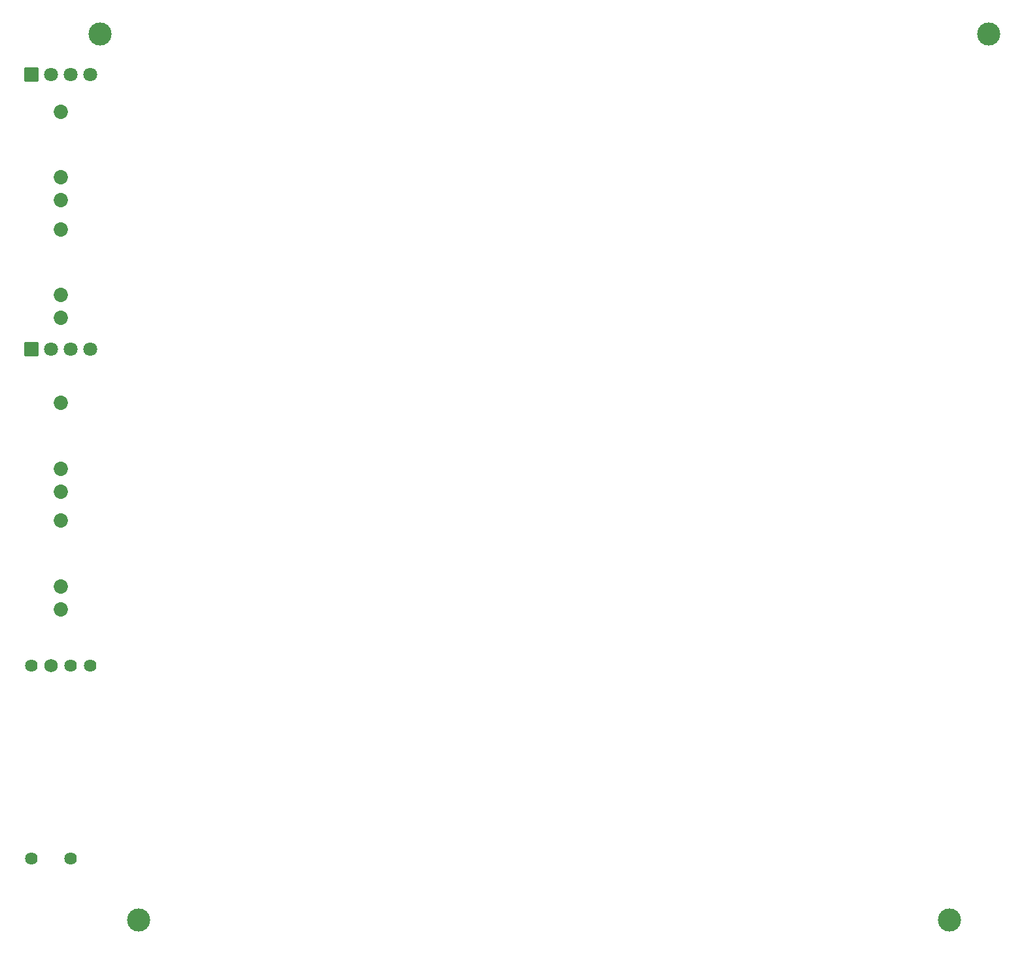
<source format=gts>
G04 Layer: TopSolderMaskLayer*
G04 EasyEDA v6.5.23, 2023-07-06 13:56:57*
G04 b9381c7a78c54a84ad0699960bbaf6d2,5a6b42c53f6a479593ecc07194224c93,10*
G04 Gerber Generator version 0.2*
G04 Scale: 100 percent, Rotated: No, Reflected: No *
G04 Dimensions in millimeters *
G04 leading zeros omitted , absolute positions ,4 integer and 5 decimal *
%FSLAX45Y45*%
%MOMM*%

%AMMACRO1*1,1,$1,$2,$3*1,1,$1,$4,$5*1,1,$1,0-$2,0-$3*1,1,$1,0-$4,0-$5*20,1,$1,$2,$3,$4,$5,0*20,1,$1,$4,$5,0-$2,0-$3,0*20,1,$1,0-$2,0-$3,0-$4,0-$5,0*20,1,$1,0-$4,0-$5,$2,$3,0*4,1,4,$2,$3,$4,$5,0-$2,0-$3,0-$4,0-$5,$2,$3,0*%
%ADD10MACRO1,0.1016X-0.85X-0.85X0.85X-0.85*%
%ADD11C,1.8016*%
%ADD12C,1.8532*%
%ADD13C,1.6256*%
%ADD14C,1.7272*%
%ADD15C,3.0000*%

%LPD*%
D10*
G01*
X114300Y8255000D03*
D11*
G01*
X368300Y8255000D03*
G01*
X622300Y8255000D03*
G01*
X876300Y8255000D03*
D10*
G01*
X114300Y11811000D03*
D11*
G01*
X368300Y11811000D03*
G01*
X622300Y11811000D03*
G01*
X876300Y11811000D03*
D12*
G01*
X493521Y7561986D03*
G01*
X493521Y6712000D03*
G01*
X493521Y6411976D03*
G01*
X493521Y6037986D03*
G01*
X493521Y5188000D03*
G01*
X493521Y4887976D03*
G01*
X493521Y11333861D03*
G01*
X493521Y10483875D03*
G01*
X493521Y10183850D03*
G01*
X493521Y9809886D03*
G01*
X493521Y8959900D03*
G01*
X493521Y8659876D03*
D13*
G01*
X114300Y4163695D03*
D14*
G01*
X368300Y4163695D03*
D13*
G01*
X622300Y4163695D03*
G01*
X876300Y4163695D03*
G01*
X622300Y1663700D03*
G01*
X114300Y1663700D03*
D15*
G01*
X999997Y12337999D03*
G01*
X12505994Y12337999D03*
G01*
X1499997Y870000D03*
G01*
X12005995Y870000D03*
M02*

</source>
